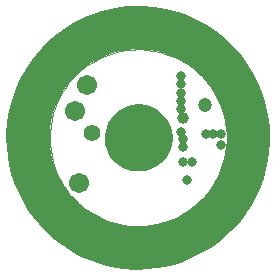
<source format=gbs>
%FSDAX44Y44*%
%MOMM*%
%SFA1B1*%

%IPPOS*%
%ADD10C,0.299999*%
%ADD31C,0.100000*%
%ADD41C,1.703197*%
%ADD42C,0.803198*%
%ADD43C,1.203198*%
%ADD44C,1.403197*%
%ADD45C,1.003198*%
%ADD46C,0.050000*%
%LNBot_mask-1*%
%LPD*%
G36*
X00886146Y00750930D02*
X00885463Y00742320D01*
X00884107Y00733789*
X00882086Y00725391*
X00879413Y00717178*
X00876105Y00709199*
X00872181Y00701504*
X00867666Y00694141*
X00862587Y00687154*
X00856976Y00680587*
X00850868Y00674480*
X00844299Y00668871*
X00837311Y00663793*
X00829947Y00659280*
X00822251Y00655358*
X00814272Y00652051*
X00806058Y00649380*
X00797659Y00647361*
X00789128Y00646007*
X00780518Y00645326*
X00776199Y00645324*
X00776257Y00680393*
Y00680394*
X00779413Y00680463*
X00785701Y00680998*
X00791922Y00682060*
X00798032Y00683642*
X00803987Y00685731*
X00809745Y00688314*
X00815266Y00691372*
X00820510Y00694883*
X00825441Y00698823*
X00830022Y00703163*
X00834223Y00707873*
X00838013Y00712919*
X00839745Y00715558*
X00841094Y00717795*
X00843553Y00722403*
X00845686Y00727171*
X00847482Y00732076*
X00848932Y00737094*
X00850030Y00742201*
X00850769Y00747372*
X00851146Y00752582*
X00851199Y00755193*
X00886149Y00755249*
X00886146Y00750930*
G37*
G36*
X00701199Y00755193D02*
D01*
X00701252Y00752582*
X00701629Y00747372*
X00702368Y00742201*
X00703466Y00737094*
X00704916Y00732076*
X00706712Y00727171*
X00708845Y00722403*
X00711304Y00717795*
X00712653Y00715558*
X00714385Y00712919*
X00718175Y00707873*
X00722376Y00703163*
X00726957Y00698823*
X00731888Y00694883*
X00737132Y00691372*
X00742653Y00688314*
X00748411Y00685731*
X00754366Y00683642*
X00760476Y00682060*
X00766697Y00680998*
X00772985Y00680463*
X00776141Y00680394*
Y00680393*
X00776199Y00645324*
X00771880Y00645326*
X00763270Y00646007*
X00754739Y00647361*
X00746340Y00649380*
X00738126Y00652051*
X00730147Y00655358*
X00722451Y00659280*
X00715086Y00663793*
X00708099Y00668871*
X00701530Y00674480*
X00695422Y00680587*
X00689811Y00687154*
X00684732Y00694141*
X00680217Y00701504*
X00676293Y00709199*
X00672985Y00717178*
X00670312Y00725391*
X00668291Y00733789*
X00666935Y00742320*
X00666252Y00750930*
X00666249Y00755249*
X00701199Y00755193*
G37*
G36*
X00776759Y00783749D02*
X00778644D01*
X00782380Y00783257*
X00786021Y00782282*
X00789502Y00780839*
X00792766Y00778955*
X00795756Y00776661*
X00798421Y00773996*
X00800715Y00771006*
X00802600Y00767742*
X00804042Y00764260*
X00805017Y00760620*
X00805509Y00756883*
Y00754999*
X00805475Y00753114*
X00804917Y00749387*
X00803877Y00745764*
X00802373Y00742307*
X00800431Y00739077*
X00798084Y00736128*
X00795371Y00733510*
X00792341Y00731269*
X00789043Y00729443*
X00785536Y00728062*
X00781879Y00727152*
X00778133Y00726726*
X00776249Y00726759*
X00774398*
X00770728Y00727243*
X00767152Y00728201*
X00763732Y00729617*
X00760526Y00731468*
X00757589Y00733722*
X00754972Y00736339*
X00752718Y00739276*
X00750867Y00742482*
X00749451Y00745902*
X00748493Y00749478*
X00748009Y00753148*
Y00754999*
Y00756883*
X00748501Y00760620*
X00749477Y00764260*
X00750919Y00767742*
X00752803Y00771006*
X00755097Y00773996*
X00757762Y00776661*
X00760752Y00778955*
X00764016Y00780840*
X00767498Y00782282*
X00771139Y00783257*
X00774875Y00783749*
X00776759*
G37*
G36*
X00776199Y00865174D02*
X00780518Y00865172D01*
X00789128Y00864491*
X00797659Y00863137*
X00806058Y00861118*
X00814272Y00858447*
X00822251Y00855140*
X00829947Y00851218*
X00837311Y00846704*
X00844299Y00841627*
X00850868Y00836018*
X00856976Y00829911*
X00862587Y00823344*
X00867666Y00816357*
X00872181Y00808994*
X00876105Y00801299*
X00879413Y00793320*
X00882086Y00785107*
X00884107Y00776709*
X00885463Y00768178*
X00886146Y00759568*
X00886149Y00755249*
X00851199Y00755304*
X00851146Y00757916*
X00850769Y00763126*
X00850030Y00768297*
X00848932Y00773404*
X00847482Y00778422*
X00845686Y00783327*
X00843553Y00788095*
X00841094Y00792703*
X00839745Y00794940*
X00838013Y00797579*
X00834223Y00802625*
X00830022Y00807335*
X00825441Y00811675*
X00820510Y00815615*
X00815266Y00819126*
X00809745Y00822184*
X00803987Y00824767*
X00798032Y00826856*
X00791922Y00828438*
X00785701Y00829500*
X00779413Y00830035*
X00776257Y00830104*
Y00830105*
X00776199Y00865174*
G37*
G36*
X00776141Y00830105D02*
Y00830104D01*
X00772985Y00830035*
X00766697Y00829500*
X00760476Y00828438*
X00754366Y00826856*
X00748411Y00824767*
X00742653Y00822184*
X00737132Y00819126*
X00731888Y00815615*
X00726957Y00811675*
X00722376Y00807335*
X00718175Y00802625*
X00714385Y00797579*
X00712653Y00794940*
X00711304Y00792703*
X00708845Y00788095*
X00706712Y00783327*
X00704916Y00778422*
X00703466Y00773404*
X00702368Y00768297*
X00701629Y00763126*
X00701252Y00757916*
X00701199Y00755304*
X00666249Y00755249*
X00666252Y00759568*
X00666935Y00768178*
X00668291Y00776709*
X00670312Y00785107*
X00672985Y00793320*
X00676293Y00801299*
X00680217Y00808994*
X00684732Y00816357*
X00689811Y00823344*
X00695422Y00829911*
X00701530Y00836018*
X00708099Y00841627*
X00715086Y00846704*
X00722451Y00851218*
X00730147Y00855140*
X00738126Y00858447*
X00746340Y00861118*
X00754739Y00863137*
X00763270Y00864491*
X00771880Y00865172*
X00776199Y00865174*
X00776141Y00830105*
G37*
G54D10*
X00666249Y00755249D02*
D01*
X00666523Y00747576*
X00667330Y00739941*
X00668669Y00732381*
X00670531Y00724932*
X00672909Y00717632*
X00675790Y00710515*
X00679160Y00703616*
X00683004Y00696970*
X00687302Y00690607*
X00692033Y00684560*
X00697174Y00678858*
X00702701Y00673528*
X00708586Y00668597*
X00714800Y00664088*
X00721314Y00660024*
X00728096Y00656424*
X00735112Y00653306*
X00742329Y00650685*
X00749711Y00648574*
X00757222Y00646982*
X00764826Y00645919*
X00772485Y00645389*
X00776199Y00645324*
D01*
X00783872Y00645596*
X00791508Y00646402*
X00799069Y00647739*
X00806518Y00649599*
X00813819Y00651975*
X00820936Y00654855*
X00827835Y00658224*
X00834483Y00662065*
X00840846Y00666362*
X00846894Y00671092*
X00852598Y00676232*
X00857929Y00681757*
X00862861Y00687641*
X00867371Y00693855*
X00871437Y00700368*
X00875039Y00707148*
X00878158Y00714164*
X00880781Y00721380*
X00882894Y00728762*
X00884487Y00736272*
X00885552Y00743876*
X00886084Y00751535*
X00886149Y00755249*
D01*
X00885876Y00762922*
X00885068Y00770558*
X00883730Y00778118*
X00881867Y00785567*
X00879490Y00792867*
X00876609Y00799984*
X00873238Y00806883*
X00869395Y00813529*
X00865097Y00819891*
X00860366Y00825938*
X00855225Y00831641*
X00849698Y00836970*
X00843813Y00841902*
X00837599Y00846411*
X00831084Y00850475*
X00824303Y00854075*
X00817287Y00857193*
X00810070Y00859814*
X00802688Y00861925*
X00795177Y00863516*
X00787573Y00864580*
X00779913Y00865110*
X00776199Y00865174*
D01*
X00768526Y00864903*
X00760891Y00864097*
X00753330Y00862760*
X00745881Y00860899*
X00738580Y00858524*
X00731463Y00855644*
X00724563Y00852275*
X00717916Y00848433*
X00711553Y00844137*
X00705504Y00839407*
X00699801Y00834267*
X00694470Y00828742*
X00689537Y00822858*
X00685027Y00816644*
X00680962Y00810131*
X00677360Y00803350*
X00674240Y00796335*
X00671618Y00789119*
X00669505Y00781737*
X00667912Y00774227*
X00666847Y00766623*
X00666315Y00758963*
X00666249Y00755249*
G54D31*
X00712653Y00715558D02*
D01*
X00715587Y00711223*
X00718816Y00707102*
X00722324Y00703217*
X00726095Y00699586*
X00730110Y00696227*
X00734350Y00693156*
X00738794Y00690388*
X00743419Y00687937*
X00748205Y00685815*
X00753127Y00684032*
X00758161Y00682596*
X00763283Y00681515*
X00768468Y00680794*
X00773690Y00680436*
X00776141Y00680394*
Y00680393*
X00776199Y00645324*
Y00645270*
Y00645324*
X00776257Y00680393*
Y00680394*
D01*
X00781489Y00680581*
X00786695Y00681132*
X00791850Y00682045*
X00796928Y00683316*
X00801905Y00684937*
X00806758Y00686902*
X00811461Y00689201*
X00815993Y00691822*
X00820330Y00694752*
X00824453Y00697978*
X00828340Y00701484*
X00831974Y00705253*
X00835336Y00709266*
X00838410Y00713503*
X00839745Y00715558*
D01*
X00842369Y00720088*
X00844671Y00724790*
X00846639Y00729641*
X00848264Y00734617*
X00849538Y00739695*
X00850454Y00744849*
X00851009Y00750054*
X00851199Y00755193*
Y00755304D02*
D01*
X00851003Y00760536*
X00850442Y00765740*
X00849519Y00770893*
X00848239Y00775970*
X00846608Y00780944*
X00844634Y00785792*
X00842326Y00790491*
X00839745Y00794940*
D01*
X00836812Y00799276*
X00833583Y00803397*
X00830074Y00807282*
X00826303Y00810913*
X00822288Y00814272*
X00818049Y00817343*
X00813605Y00820111*
X00808980Y00822561*
X00804194Y00824684*
X00799272Y00826467*
X00794238Y00827903*
X00789116Y00828984*
X00783931Y00829705*
X00778708Y00830062*
X00776257Y00830104*
Y00830105*
X00776199Y00865174*
Y00865228*
Y00865174*
X00776141Y00830105*
Y00830104*
D01*
X00770910Y00829918*
X00765704Y00829366*
X00760549Y00828453*
X00755471Y00827183*
X00750493Y00825561*
X00745641Y00823597*
X00740938Y00821298*
X00736406Y00818677*
X00732069Y00815747*
X00727946Y00812520*
X00724058Y00809015*
X00720425Y00805246*
X00717063Y00801233*
X00713989Y00796996*
X00712653Y00794940*
D01*
X00710029Y00790411*
X00707728Y00785709*
X00705760Y00780858*
X00704135Y00775882*
X00702861Y00770804*
X00701945Y00765650*
X00701390Y00760445*
X00701199Y00755304*
Y00755193D02*
D01*
X00701396Y00749962*
X00701957Y00744757*
X00702880Y00739604*
X00704160Y00734528*
X00705791Y00729554*
X00707765Y00724705*
X00710072Y00720006*
X00712653Y00715558*
G54D41*
X00725749Y00716749D03*
X00722999Y00778249D03*
X00732536Y00800100D03*
G54D42*
X00725212Y00694175D03*
X00736549Y00686237D03*
X00715425Y00703962D03*
X00748702Y00680549D03*
X00762461Y00676805D03*
X00775511Y00675193D03*
X00790037Y00676805D03*
X00803063Y00681327D03*
X00815949Y00686237D03*
X00827286Y00694175D03*
X00837073Y00703962D03*
X00850861Y00727843D03*
X00854443Y00741211D03*
X00855649Y00755193D03*
X00846249Y00758499D03*
X00839749D03*
X00846249Y00748999D03*
X00854443Y00768787D03*
X00850861Y00782155D03*
X00844737Y00794967D03*
X00827286Y00815823D03*
X00815607Y00824047D03*
X00837073Y00806036D03*
X00790037Y00833193D03*
X00812499Y00807349D03*
Y00800449D03*
Y00793549D03*
Y00786649D03*
Y00779749D03*
Y00760499D03*
X00813999Y00734749D03*
X00821999D03*
X00817749Y00719249D03*
X00814249Y00747499D03*
X00814499Y00753999D03*
X00833249Y00758499D03*
X00762461Y00833193D03*
X00737370Y00824047D03*
X00725212Y00815823D03*
X00715425Y00806036D03*
X00707487Y00794699D03*
X00701637Y00782155D03*
X00698055Y00768787D03*
X00696850Y00755304D03*
X00698055Y00741211D03*
X00701637Y00727843D03*
X00707487Y00715299D03*
G54D43*
X00832487Y00783217D03*
G54D44*
X00737362Y00759206D03*
G54D45*
X00813999Y00771999D03*
G54D46*
X00701199Y00755193D02*
X00666304D01*
Y00755304D02*
X00701199D01*
X00851199D02*
X00886094D01*
Y00755193D02*
X00851199D01*
M02*
</source>
